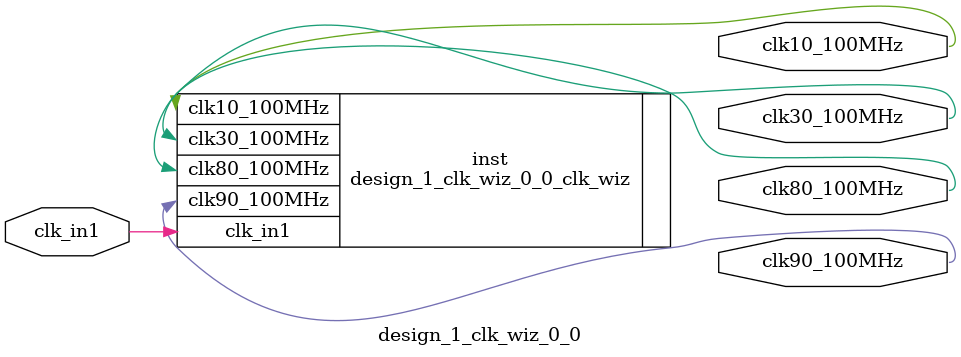
<source format=v>


`timescale 1ps/1ps

(* CORE_GENERATION_INFO = "design_1_clk_wiz_0_0,clk_wiz_v6_0_5_0_0,{component_name=design_1_clk_wiz_0_0,use_phase_alignment=true,use_min_o_jitter=true,use_max_i_jitter=false,use_dyn_phase_shift=false,use_inclk_switchover=false,use_dyn_reconfig=false,enable_axi=0,feedback_source=FDBK_AUTO,PRIMITIVE=MMCM,num_out_clk=4,clkin1_period=10.000,clkin2_period=10.000,use_power_down=false,use_reset=false,use_locked=false,use_inclk_stopped=false,feedback_type=SINGLE,CLOCK_MGR_TYPE=NA,manual_override=false}" *)

module design_1_clk_wiz_0_0 
 (
  // Clock out ports
  output        clk10_100MHz,
  output        clk90_100MHz,
  output        clk30_100MHz,
  output        clk80_100MHz,
 // Clock in ports
  input         clk_in1
 );

  design_1_clk_wiz_0_0_clk_wiz inst
  (
  // Clock out ports  
  .clk10_100MHz(clk10_100MHz),
  .clk90_100MHz(clk90_100MHz),
  .clk30_100MHz(clk30_100MHz),
  .clk80_100MHz(clk80_100MHz),
 // Clock in ports
  .clk_in1(clk_in1)
  );

endmodule

</source>
